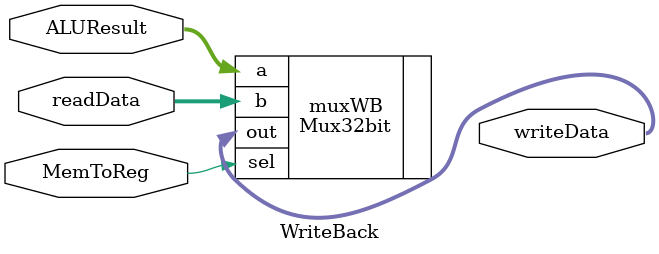
<source format=v>
`timescale 1ns / 1ps
module WriteBack #(localparam SIZE = 32)(
	input MemToReg,
	input [SIZE-1:0] readData,
	input [SIZE-1:0] ALUResult,

	 
	output [SIZE-1:0] writeData
    );
	 
	 Mux32bit muxWB (
		 .a(ALUResult), // input 0
		 .b(readData), // input 1
		 .sel(MemToReg), 
		 .out(writeData)
		 );


endmodule

</source>
